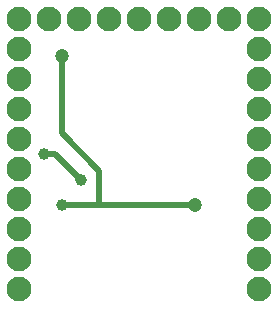
<source format=gbr>
G04 #@! TF.FileFunction,Copper,L2,Bot,Signal*
%FSLAX46Y46*%
G04 Gerber Fmt 4.6, Leading zero omitted, Abs format (unit mm)*
G04 Created by KiCad (PCBNEW 4.0.6) date 04/09/19 20:00:22*
%MOMM*%
%LPD*%
G01*
G04 APERTURE LIST*
%ADD10C,0.100000*%
%ADD11C,2.100000*%
%ADD12C,1.200000*%
%ADD13C,1.000000*%
%ADD14C,0.500000*%
G04 APERTURE END LIST*
D10*
D11*
X161561000Y-67845000D03*
X161561000Y-70385000D03*
X161561000Y-72925000D03*
X161561000Y-75465000D03*
X161561000Y-78005000D03*
X161561000Y-80545000D03*
X161561000Y-83085000D03*
X161561000Y-85625000D03*
X161561000Y-88165000D03*
X161561000Y-65305000D03*
X159021000Y-65305000D03*
X156481000Y-65305000D03*
X153941000Y-65305000D03*
X151401000Y-65305000D03*
X148861000Y-65305000D03*
X146321000Y-65305000D03*
X143781000Y-65305000D03*
X141241000Y-65305000D03*
X141241000Y-67845000D03*
X141241000Y-70385000D03*
X141241000Y-72925000D03*
X141241000Y-75465000D03*
X141241000Y-78005000D03*
X141241000Y-80545000D03*
X141241000Y-83085000D03*
X141241000Y-85625000D03*
X141241000Y-88165000D03*
D12*
X144843800Y-68455400D03*
D13*
X144843800Y-81003000D03*
D12*
X156121400Y-81003000D03*
X156121400Y-81003000D03*
D13*
X144843800Y-81003000D03*
X143341000Y-76735000D03*
X146481000Y-78955000D03*
D14*
X144843800Y-68455400D02*
X144843800Y-74967800D01*
X148051000Y-78175000D02*
X148051000Y-81003000D01*
X144843800Y-74967800D02*
X148051000Y-78175000D01*
X144843800Y-81003000D02*
X148051000Y-81003000D01*
X148051000Y-81003000D02*
X156121400Y-81003000D01*
X144843800Y-81003000D02*
X156121400Y-81003000D01*
X143341000Y-76735000D02*
X144261000Y-76735000D01*
X144261000Y-76735000D02*
X146481000Y-78955000D01*
M02*

</source>
